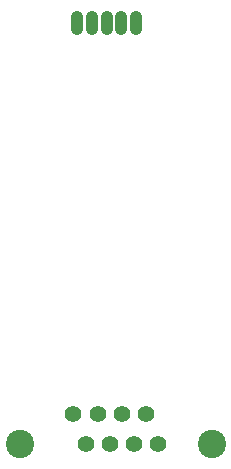
<source format=gbr>
G04 EAGLE Gerber X2 export*
%TF.Part,Single*%
%TF.FileFunction,Copper,L2,Bot,Mixed*%
%TF.FilePolarity,Positive*%
%TF.GenerationSoftware,Autodesk,EAGLE,8.7.0*%
%TF.CreationDate,2018-04-05T02:51:55Z*%
G75*
%MOMM*%
%FSLAX34Y34*%
%LPD*%
%AMOC8*
5,1,8,0,0,1.08239X$1,22.5*%
G01*
%ADD10C,1.008000*%
%ADD11C,1.422400*%
%ADD12C,2.400000*%


D10*
X408286Y429680D02*
X408286Y439760D01*
X395786Y439760D02*
X395786Y429680D01*
X383286Y429680D02*
X383286Y439760D01*
X370786Y439760D02*
X370786Y429680D01*
X358286Y429680D02*
X358286Y439760D01*
D11*
X355300Y104000D03*
X365500Y78600D03*
X375700Y104000D03*
X385900Y78600D03*
X396100Y104000D03*
X406300Y78600D03*
X416500Y104000D03*
X426700Y78600D03*
D12*
X309750Y78600D03*
X472250Y78600D03*
M02*

</source>
